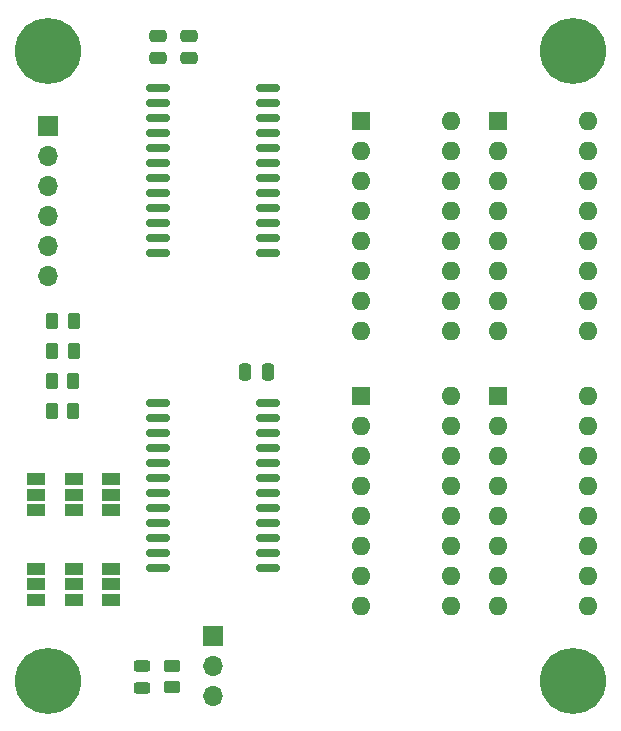
<source format=gts>
G04 #@! TF.GenerationSoftware,KiCad,Pcbnew,6.0.4-1.fc35*
G04 #@! TF.CreationDate,2022-04-07T10:49:23-04:00*
G04 #@! TF.ProjectId,switch_mux_breakout,73776974-6368-45f6-9d75-785f62726561,0*
G04 #@! TF.SameCoordinates,Original*
G04 #@! TF.FileFunction,Soldermask,Top*
G04 #@! TF.FilePolarity,Negative*
%FSLAX46Y46*%
G04 Gerber Fmt 4.6, Leading zero omitted, Abs format (unit mm)*
G04 Created by KiCad (PCBNEW 6.0.4-1.fc35) date 2022-04-07 10:49:23*
%MOMM*%
%LPD*%
G01*
G04 APERTURE LIST*
G04 Aperture macros list*
%AMRoundRect*
0 Rectangle with rounded corners*
0 $1 Rounding radius*
0 $2 $3 $4 $5 $6 $7 $8 $9 X,Y pos of 4 corners*
0 Add a 4 corners polygon primitive as box body*
4,1,4,$2,$3,$4,$5,$6,$7,$8,$9,$2,$3,0*
0 Add four circle primitives for the rounded corners*
1,1,$1+$1,$2,$3*
1,1,$1+$1,$4,$5*
1,1,$1+$1,$6,$7*
1,1,$1+$1,$8,$9*
0 Add four rect primitives between the rounded corners*
20,1,$1+$1,$2,$3,$4,$5,0*
20,1,$1+$1,$4,$5,$6,$7,0*
20,1,$1+$1,$6,$7,$8,$9,0*
20,1,$1+$1,$8,$9,$2,$3,0*%
G04 Aperture macros list end*
%ADD10R,1.500000X1.000000*%
%ADD11R,1.600000X1.600000*%
%ADD12O,1.600000X1.600000*%
%ADD13RoundRect,0.250000X0.475000X-0.250000X0.475000X0.250000X-0.475000X0.250000X-0.475000X-0.250000X0*%
%ADD14RoundRect,0.243750X0.456250X-0.243750X0.456250X0.243750X-0.456250X0.243750X-0.456250X-0.243750X0*%
%ADD15RoundRect,0.250000X0.262500X0.450000X-0.262500X0.450000X-0.262500X-0.450000X0.262500X-0.450000X0*%
%ADD16R,1.700000X1.700000*%
%ADD17O,1.700000X1.700000*%
%ADD18RoundRect,0.150000X-0.875000X-0.150000X0.875000X-0.150000X0.875000X0.150000X-0.875000X0.150000X0*%
%ADD19C,5.600000*%
%ADD20RoundRect,0.250000X0.250000X0.475000X-0.250000X0.475000X-0.250000X-0.475000X0.250000X-0.475000X0*%
%ADD21RoundRect,0.250000X-0.450000X0.262500X-0.450000X-0.262500X0.450000X-0.262500X0.450000X0.262500X0*%
G04 APERTURE END LIST*
D10*
X119684800Y-101122000D03*
X119684800Y-99822000D03*
X119684800Y-98522000D03*
D11*
X140817500Y-68224400D03*
D12*
X140817500Y-70764400D03*
X140817500Y-73304400D03*
X140817500Y-75844400D03*
X140817500Y-78384400D03*
X140817500Y-80924400D03*
X140817500Y-83464400D03*
X140817500Y-86004400D03*
X148437500Y-86004400D03*
X148437500Y-83464400D03*
X148437500Y-80924400D03*
X148437500Y-78384400D03*
X148437500Y-75844400D03*
X148437500Y-73304400D03*
X148437500Y-70764400D03*
X148437500Y-68224400D03*
D11*
X152400000Y-91490800D03*
D12*
X152400000Y-94030800D03*
X152400000Y-96570800D03*
X152400000Y-99110800D03*
X152400000Y-101650800D03*
X152400000Y-104190800D03*
X152400000Y-106730800D03*
X152400000Y-109270800D03*
X160020000Y-109270800D03*
X160020000Y-106730800D03*
X160020000Y-104190800D03*
X160020000Y-101650800D03*
X160020000Y-99110800D03*
X160020000Y-96570800D03*
X160020000Y-94030800D03*
X160020000Y-91490800D03*
D13*
X123647200Y-62860000D03*
X123647200Y-60960000D03*
D14*
X122275600Y-116177300D03*
X122275600Y-114302300D03*
D15*
X116482500Y-85090000D03*
X114657500Y-85090000D03*
D11*
X140817600Y-91490800D03*
D12*
X140817600Y-94030800D03*
X140817600Y-96570800D03*
X140817600Y-99110800D03*
X140817600Y-101650800D03*
X140817600Y-104190800D03*
X140817600Y-106730800D03*
X140817600Y-109270800D03*
X148437600Y-109270800D03*
X148437600Y-106730800D03*
X148437600Y-104190800D03*
X148437600Y-101650800D03*
X148437600Y-99110800D03*
X148437600Y-96570800D03*
X148437600Y-94030800D03*
X148437600Y-91490800D03*
D10*
X116509800Y-101122000D03*
X116509800Y-99822000D03*
X116509800Y-98522000D03*
D16*
X114300000Y-68580000D03*
D17*
X114300000Y-71120000D03*
X114300000Y-73660000D03*
X114300000Y-76200000D03*
X114300000Y-78740000D03*
X114300000Y-81280000D03*
D18*
X123620000Y-92075000D03*
X123620000Y-93345000D03*
X123620000Y-94615000D03*
X123620000Y-95885000D03*
X123620000Y-97155000D03*
X123620000Y-98425000D03*
X123620000Y-99695000D03*
X123620000Y-100965000D03*
X123620000Y-102235000D03*
X123620000Y-103505000D03*
X123620000Y-104775000D03*
X123620000Y-106045000D03*
X132920000Y-106045000D03*
X132920000Y-104775000D03*
X132920000Y-103505000D03*
X132920000Y-102235000D03*
X132920000Y-100965000D03*
X132920000Y-99695000D03*
X132920000Y-98425000D03*
X132920000Y-97155000D03*
X132920000Y-95885000D03*
X132920000Y-94615000D03*
X132920000Y-93345000D03*
X132920000Y-92075000D03*
D10*
X119684800Y-108712000D03*
X119684800Y-107412000D03*
X119684800Y-106112000D03*
D19*
X158750000Y-62230000D03*
D15*
X116482500Y-87630000D03*
X114657500Y-87630000D03*
D20*
X132913200Y-89433400D03*
X131013200Y-89433400D03*
D19*
X158750000Y-115570000D03*
D11*
X152400000Y-68224400D03*
D12*
X152400000Y-70764400D03*
X152400000Y-73304400D03*
X152400000Y-75844400D03*
X152400000Y-78384400D03*
X152400000Y-80924400D03*
X152400000Y-83464400D03*
X152400000Y-86004400D03*
X160020000Y-86004400D03*
X160020000Y-83464400D03*
X160020000Y-80924400D03*
X160020000Y-78384400D03*
X160020000Y-75844400D03*
X160020000Y-73304400D03*
X160020000Y-70764400D03*
X160020000Y-68224400D03*
D10*
X113334800Y-101122000D03*
X113334800Y-99822000D03*
X113334800Y-98522000D03*
D21*
X124815600Y-114329600D03*
X124815600Y-116154600D03*
D16*
X128270000Y-111775000D03*
D17*
X128270000Y-114315000D03*
X128270000Y-116855000D03*
D15*
X116435500Y-92710000D03*
X114610500Y-92710000D03*
D19*
X114300000Y-115570000D03*
D13*
X126288800Y-62860000D03*
X126288800Y-60960000D03*
D15*
X116459000Y-90170000D03*
X114634000Y-90170000D03*
D10*
X113334800Y-108712000D03*
X113334800Y-107412000D03*
X113334800Y-106112000D03*
D18*
X123620000Y-65405000D03*
X123620000Y-66675000D03*
X123620000Y-67945000D03*
X123620000Y-69215000D03*
X123620000Y-70485000D03*
X123620000Y-71755000D03*
X123620000Y-73025000D03*
X123620000Y-74295000D03*
X123620000Y-75565000D03*
X123620000Y-76835000D03*
X123620000Y-78105000D03*
X123620000Y-79375000D03*
X132920000Y-79375000D03*
X132920000Y-78105000D03*
X132920000Y-76835000D03*
X132920000Y-75565000D03*
X132920000Y-74295000D03*
X132920000Y-73025000D03*
X132920000Y-71755000D03*
X132920000Y-70485000D03*
X132920000Y-69215000D03*
X132920000Y-67945000D03*
X132920000Y-66675000D03*
X132920000Y-65405000D03*
D10*
X116509800Y-108712000D03*
X116509800Y-107412000D03*
X116509800Y-106112000D03*
D19*
X114299999Y-62229999D03*
M02*

</source>
